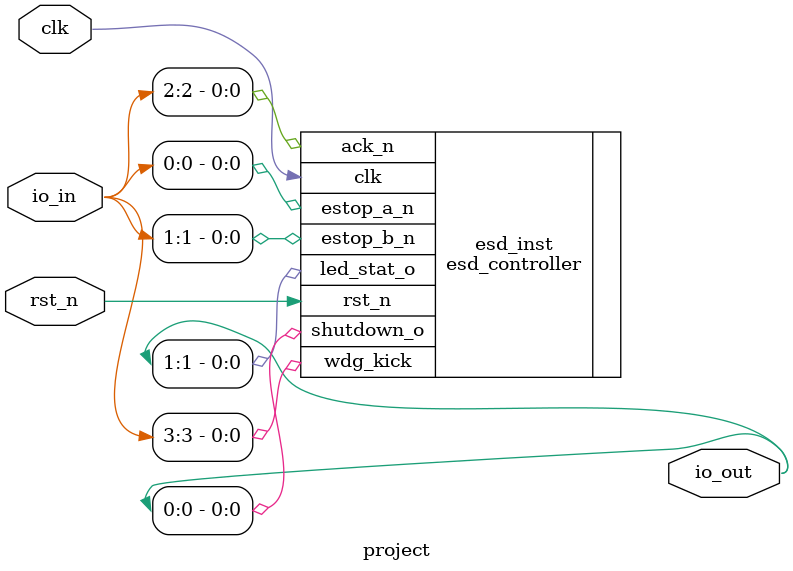
<source format=v>
/*
 * Copyright (c) 2024 Your Name
 * SPDX-License-Identifier: Apache-2.0
 */

module project (
    input  wire clk,
    input  wire rst_n,
    input  wire [3:0] io_in,
    output wire [1:0] io_out
);

    esd_controller esd_inst (
        .clk(clk),
        .rst_n(rst_n),
        .estop_a_n(io_in[0]),
        .estop_b_n(io_in[1]),
        .ack_n(io_in[2]),
        .wdg_kick(io_in[3]),
        .shutdown_o(io_out[0]),
        .led_stat_o(io_out[1])
    );

endmodule

</source>
